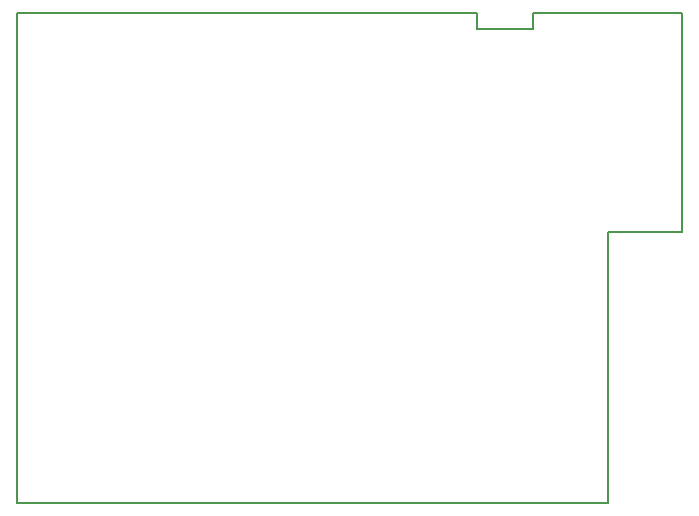
<source format=gbr>
G04 DipTrace 3.3.1.3*
G04 BoardOutline.gbr*
%MOIN*%
G04 #@! TF.FileFunction,Profile*
G04 #@! TF.Part,Single*
%ADD11C,0.005512*%
%FSLAX26Y26*%
G04*
G70*
G90*
G75*
G01*
G04 BoardOutline*
%LPD*%
X2587772Y295276D2*
D11*
X4556276D1*
X4556260Y1196850D1*
X4803150D1*
Y1929134D1*
X4556276D1*
X4307087D1*
Y1874016D1*
X4118110D1*
Y1929134D1*
X2587772D1*
Y295276D1*
M02*

</source>
